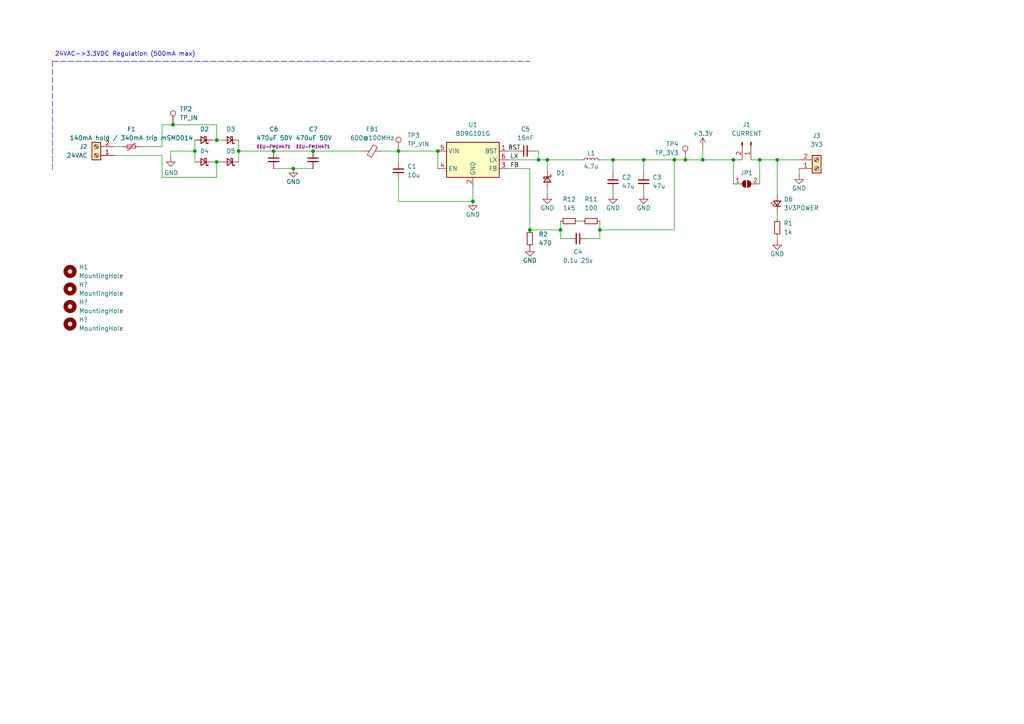
<source format=kicad_sch>
(kicad_sch (version 20211123) (generator eeschema)
  (paper "A4")
  (lib_symbols
    (symbol "Connector:Conn_01x02_Male" (pin_names (offset 1.016) hide)
      (property "Reference" "J" (at 0 2.54 0))
      (property "Value" "Conn_01x02_Male" (at 0 -5.08 0))
      (symbol "Conn_01x02_Male_1_1"
        (polyline (pts (xy 1.27 -2.54) (xy 0.8636 -2.54)) (stroke (width 0.1524)))
        (polyline (pts (xy 1.27 0) (xy 0.8636 0)) (stroke (width 0.1524)))
        (rectangle (start 0.8636 -2.413) (end 0 -2.667) (stroke (width 0.1524)) (fill (type outline)))
        (rectangle (start 0.8636 0.127) (end 0 -0.127) (stroke (width 0.1524)) (fill (type outline)))
        (pin passive line (at 5.08 0 180) (length 3.81) (name "Pin_1") (number "1"))
        (pin passive line (at 5.08 -2.54 180) (length 3.81) (name "Pin_2") (number "2"))
      )
    )
    (symbol "Connector:Screw_Terminal_01x02" (pin_names (offset 1.016) hide)
      (property "Reference" "J" (at 0 2.54 0))
      (property "Value" "Screw_Terminal_01x02" (at 0 -5.08 0))
      (symbol "Screw_Terminal_01x02_1_1"
        (rectangle (start -1.27 1.27) (end 1.27 -3.81) (stroke (width 0.254)) (fill (type background)))
        (circle (center 0 -2.54) (radius 0.635) (stroke (width 0.1524)))
        (polyline (pts (xy -0.5334 -2.2098) (xy 0.3302 -3.048)) (stroke (width 0.1524)))
        (polyline (pts (xy -0.5334 0.3302) (xy 0.3302 -0.508)) (stroke (width 0.1524)))
        (polyline (pts (xy -0.3556 -2.032) (xy 0.508 -2.8702)) (stroke (width 0.1524)))
        (polyline (pts (xy -0.3556 0.508) (xy 0.508 -0.3302)) (stroke (width 0.1524)))
        (circle (center 0 0) (radius 0.635) (stroke (width 0.1524)))
        (pin passive line (at -5.08 0 0) (length 3.81) (name "Pin_1") (number "1"))
        (pin passive line (at -5.08 -2.54 0) (length 3.81) (name "Pin_2") (number "2"))
      )
    )
    (symbol "Connector:TestPoint" (pin_numbers hide) (pin_names (offset 0.762) hide)
      (property "Reference" "TP" (at 0 6.858 0))
      (property "Value" "TestPoint" (at 0 5.08 0))
      (symbol "TestPoint_0_1"
        (circle (center 0 3.302) (radius 0.762))
      )
      (symbol "TestPoint_1_1"
        (pin passive line (at 0 0 90) (length 2.54) (name "1") (number "1"))
      )
    )
    (symbol "Device:C_Small" (pin_numbers hide) (pin_names (offset 0.254) hide)
      (property "Reference" "C" (at 0.254 1.778 0))
      (property "Value" "C_Small" (at 0.254 -2.032 0))
      (symbol "C_Small_0_1"
        (polyline (pts (xy -1.524 -0.508) (xy 1.524 -0.508)) (stroke (width 0.3302)))
        (polyline (pts (xy -1.524 0.508) (xy 1.524 0.508)) (stroke (width 0.3048)))
      )
      (symbol "C_Small_1_1"
        (pin passive line (at 0 2.54 270) (length 2.032) (name "~") (number "1"))
        (pin passive line (at 0 -2.54 90) (length 2.032) (name "~") (number "2"))
      )
    )
    (symbol "Device:D_Schottky_Small" (pin_numbers hide) (pin_names (offset 0.254) hide)
      (property "Reference" "D" (at -1.27 2.032 0))
      (property "Value" "D_Schottky_Small" (at -7.112 -2.032 0))
      (symbol "D_Schottky_Small_0_1"
        (polyline (pts (xy -0.762 0) (xy 0.762 0)))
        (polyline (pts (xy 0.762 -1.016) (xy -0.762 0) (xy 0.762 1.016) (xy 0.762 -1.016)) (stroke (width 0.254)))
        (polyline (pts (xy -1.27 0.762) (xy -1.27 1.016) (xy -0.762 1.016) (xy -0.762 -1.016) (xy -0.254 -1.016) (xy -0.254 -0.762)) (stroke (width 0.254)))
      )
      (symbol "D_Schottky_Small_1_1"
        (pin passive line (at -2.54 0 0) (length 1.778) (name "K") (number "1"))
        (pin passive line (at 2.54 0 180) (length 1.778) (name "A") (number "2"))
      )
    )
    (symbol "Device:Ferrite_Bead_Small" (pin_numbers hide) (pin_names (offset 0))
      (property "Reference" "FB" (at 1.905 1.27 0))
      (property "Value" "Device_Ferrite_Bead_Small" (at 1.905 -1.27 0))
      (symbol "Ferrite_Bead_Small_0_1"
        (polyline (pts (xy 0 -1.27) (xy 0 -0.7874)))
        (polyline (pts (xy 0 0.889) (xy 0 1.2954)))
        (polyline (pts (xy -1.8288 0.2794) (xy -1.1176 1.4986) (xy 1.8288 -0.2032) (xy 1.1176 -1.4224) (xy -1.8288 0.2794)))
      )
      (symbol "Ferrite_Bead_Small_1_1"
        (pin passive line (at 0 2.54 270) (length 1.27) (name "~") (number "1"))
        (pin passive line (at 0 -2.54 90) (length 1.27) (name "~") (number "2"))
      )
    )
    (symbol "Device:LED_Small" (pin_numbers hide) (pin_names (offset 0.254) hide)
      (property "Reference" "D" (at -1.27 3.175 0))
      (property "Value" "LED_Small" (at -4.445 -2.54 0))
      (symbol "LED_Small_0_1"
        (polyline (pts (xy -0.762 -1.016) (xy -0.762 1.016)) (stroke (width 0.254)))
        (polyline (pts (xy 1.016 0) (xy -0.762 0)))
        (polyline (pts (xy 0.762 -1.016) (xy -0.762 0) (xy 0.762 1.016) (xy 0.762 -1.016)) (stroke (width 0.254)))
        (polyline (pts (xy 0 0.762) (xy -0.508 1.27) (xy -0.254 1.27) (xy -0.508 1.27) (xy -0.508 1.016)))
        (polyline (pts (xy 0.508 1.27) (xy 0 1.778) (xy 0.254 1.778) (xy 0 1.778) (xy 0 1.524)))
      )
      (symbol "LED_Small_1_1"
        (pin passive line (at -2.54 0 0) (length 1.778) (name "K") (number "1"))
        (pin passive line (at 2.54 0 180) (length 1.778) (name "A") (number "2"))
      )
    )
    (symbol "Device:L_Small" (pin_numbers hide) (pin_names (offset 0.254) hide)
      (property "Reference" "L" (at 0.762 1.016 0))
      (property "Value" "L_Small" (at 0.762 -1.016 0))
      (symbol "L_Small_0_1"
        (arc (start 0 -2.032) (mid 0.508 -1.524) (end 0 -1.016))
        (arc (start 0 -1.016) (mid 0.508 -0.508) (end 0 0))
        (arc (start 0 0) (mid 0.508 0.508) (end 0 1.016))
        (arc (start 0 1.016) (mid 0.508 1.524) (end 0 2.032))
      )
      (symbol "L_Small_1_1"
        (pin passive line (at 0 2.54 270) (length 0.508) (name "~") (number "1"))
        (pin passive line (at 0 -2.54 90) (length 0.508) (name "~") (number "2"))
      )
    )
    (symbol "Device:Polyfuse_Small" (pin_numbers hide) (pin_names (offset 0))
      (property "Reference" "F" (at -1.905 0 90))
      (property "Value" "Polyfuse_Small" (at 1.905 0 90))
      (symbol "Polyfuse_Small_0_1"
        (rectangle (start -0.508 1.27) (end 0.508 -1.27))
        (polyline (pts (xy 0 2.54) (xy 0 -2.54)))
        (polyline (pts (xy -1.016 1.27) (xy -1.016 0.762) (xy 1.016 -0.762) (xy 1.016 -1.27)))
      )
      (symbol "Polyfuse_Small_1_1"
        (pin passive line (at 0 2.54 270) (length 0.635) (name "~") (number "1"))
        (pin passive line (at 0 -2.54 90) (length 0.635) (name "~") (number "2"))
      )
    )
    (symbol "Device:R_Small" (pin_numbers hide) (pin_names (offset 0.254) hide)
      (property "Reference" "R" (at 0.762 0.508 0))
      (property "Value" "R_Small" (at 0.762 -1.016 0))
      (symbol "R_Small_0_1"
        (rectangle (start -0.762 1.778) (end 0.762 -1.778) (stroke (width 0.2032)))
      )
      (symbol "R_Small_1_1"
        (pin passive line (at 0 2.54 270) (length 0.762) (name "~") (number "1"))
        (pin passive line (at 0 -2.54 90) (length 0.762) (name "~") (number "2"))
      )
    )
    (symbol "Jumper:SolderJumper_2_Open" (pin_names (offset 0) hide)
      (property "Reference" "JP" (at 0 2.032 0))
      (property "Value" "SolderJumper_2_Open" (at 0 -2.54 0))
      (symbol "SolderJumper_2_Open_0_1"
        (arc (start -0.254 1.016) (mid -1.27 0) (end -0.254 -1.016))
        (arc (start -0.254 1.016) (mid -1.27 0) (end -0.254 -1.016) (fill (type outline)))
        (polyline (pts (xy -0.254 1.016) (xy -0.254 -1.016)))
        (polyline (pts (xy 0.254 1.016) (xy 0.254 -1.016)))
        (arc (start 0.254 -1.016) (mid 1.27 0) (end 0.254 1.016))
        (arc (start 0.254 -1.016) (mid 1.27 0) (end 0.254 1.016) (fill (type outline)))
      )
      (symbol "SolderJumper_2_Open_1_1"
        (pin passive line (at -3.81 0 0) (length 2.54) (name "A") (number "1"))
        (pin passive line (at 3.81 0 180) (length 2.54) (name "B") (number "2"))
      )
    )
    (symbol "Mechanical:MountingHole" (pin_names (offset 1.016))
      (property "Reference" "H" (at 0 5.08 0))
      (property "Value" "MountingHole" (at 0 3.175 0))
      (symbol "MountingHole_0_1"
        (circle (center 0 0) (radius 1.27) (stroke (width 1.27)))
      )
    )
    (symbol "Regulator_Switching:AOZ1280CI"
      (property "Reference" "U" (at -6.35 -6.35 0))
      (property "Value" "AOZ1280CI" (at -2.54 6.35 0))
      (symbol "AOZ1280CI_0_1"
        (rectangle (start -7.62 5.08) (end 7.62 -5.08) (stroke (width 0.254)) (fill (type background)))
      )
      (symbol "AOZ1280CI_1_1"
        (pin input line (at 10.16 2.54 180) (length 2.54) (name "BST") (number "1"))
        (pin power_in line (at 0 -7.62 90) (length 2.54) (name "GND") (number "2"))
        (pin input line (at 10.16 -2.54 180) (length 2.54) (name "FB") (number "3"))
        (pin input line (at -10.16 -2.54 0) (length 2.54) (name "EN") (number "4"))
        (pin power_in line (at -10.16 2.54 0) (length 2.54) (name "VIN") (number "5"))
        (pin power_out line (at 10.16 0 180) (length 2.54) (name "LX") (number "6"))
      )
    )
    (symbol "power:+3.3V" (power) (pin_names (offset 0))
      (property "Value" "+3.3V" (at 0 3.556 0))
      (symbol "+3.3V_0_1"
        (polyline (pts (xy -0.762 1.27) (xy 0 2.54)))
        (polyline (pts (xy 0 0) (xy 0 2.54)))
        (polyline (pts (xy 0 2.54) (xy 0.762 1.27)))
      )
      (symbol "+3.3V_1_1"
        (pin power_in line (at 0 0 90) (length 0) hide (name "+3.3V") (number "1"))
      )
    )
    (symbol "power:GND" (power) (pin_names (offset 0))
      (property "Value" "GND" (at 0 -3.81 0))
      (symbol "GND_0_1"
        (polyline (pts (xy 0 0) (xy 0 -1.27) (xy 1.27 -1.27) (xy 0 -2.54) (xy -1.27 -1.27) (xy 0 -1.27)))
      )
      (symbol "GND_1_1"
        (pin power_in line (at 0 0 270) (length 0) hide (name "GND") (number "1"))
      )
    )
  )
  (junction (at 62.865 40.64))
  (junction (at 198.755 46.355))
  (junction (at 203.835 46.355))
  (junction (at 177.8 46.355))
  (junction (at 115.57 43.815))
  (junction (at 212.725 46.355))
  (junction (at 220.345 46.355))
  (junction (at 158.75 46.355))
  (junction (at 173.99 66.675))
  (junction (at 153.67 66.675))
  (junction (at 79.375 43.815))
  (junction (at 225.425 46.355))
  (junction (at 127 43.815))
  (junction (at 62.865 46.99))
  (junction (at 56.515 43.815))
  (junction (at 195.58 46.355))
  (junction (at 186.69 46.355))
  (junction (at 156.21 46.355))
  (junction (at 85.09 48.895))
  (junction (at 90.805 43.815))
  (junction (at 50.165 36.195))
  (junction (at 69.215 43.815))
  (junction (at 162.56 66.675))
  (junction (at 137.16 58.42))
  (wire (pts (xy 69.215 43.815) (xy 79.375 43.815)))
  (wire (pts (xy 90.805 48.895) (xy 85.09 48.895)))
  (wire (pts (xy 46.99 51.435) (xy 46.99 45.085)))
  (wire (pts (xy 173.99 66.675) (xy 195.58 66.675)))
  (wire (pts (xy 62.865 36.195) (xy 50.165 36.195)))
  (wire (pts (xy 186.69 46.355) (xy 177.8 46.355)))
  (wire (pts (xy 203.835 46.355) (xy 212.725 46.355)))
  (wire (pts (xy 173.99 69.215) (xy 170.18 69.215)))
  (wire (pts (xy 162.56 66.675) (xy 162.56 69.215)))
  (wire (pts (xy 147.32 43.815) (xy 149.86 43.815)))
  (wire (pts (xy 115.57 52.07) (xy 115.57 58.42)))
  (wire (pts (xy 195.58 46.355) (xy 198.755 46.355)))
  (wire (pts (xy 203.835 42.545) (xy 203.835 46.355)))
  (wire (pts (xy 62.865 40.64) (xy 64.135 40.64)))
  (polyline (pts (xy 15.24 17.78) (xy 15.24 49.53)))
  (wire (pts (xy 147.32 46.355) (xy 156.21 46.355)))
  (wire (pts (xy 115.57 43.815) (xy 110.49 43.815)))
  (wire (pts (xy 69.215 40.64) (xy 69.215 43.815)))
  (wire (pts (xy 50.165 36.195) (xy 46.99 36.195)))
  (wire (pts (xy 153.67 66.675) (xy 153.67 48.895)))
  (wire (pts (xy 156.21 43.815) (xy 156.21 46.355)))
  (wire (pts (xy 90.805 43.815) (xy 105.41 43.815)))
  (wire (pts (xy 186.69 46.355) (xy 195.58 46.355)))
  (wire (pts (xy 167.64 64.135) (xy 168.91 64.135)))
  (wire (pts (xy 177.8 50.165) (xy 177.8 46.355)))
  (wire (pts (xy 231.775 48.895) (xy 231.775 50.8)))
  (wire (pts (xy 225.425 69.85) (xy 225.425 68.58)))
  (wire (pts (xy 220.345 53.34) (xy 220.345 46.355)))
  (wire (pts (xy 158.75 46.355) (xy 168.91 46.355)))
  (wire (pts (xy 198.755 46.355) (xy 203.835 46.355)))
  (polyline (pts (xy 15.24 17.78) (xy 153.67 17.78)))
  (wire (pts (xy 158.75 56.515) (xy 158.75 54.61)))
  (wire (pts (xy 225.425 56.515) (xy 225.425 46.355)))
  (wire (pts (xy 173.99 66.675) (xy 173.99 69.215)))
  (wire (pts (xy 225.425 46.355) (xy 231.775 46.355)))
  (wire (pts (xy 46.99 42.545) (xy 46.99 36.195)))
  (wire (pts (xy 61.595 46.99) (xy 62.865 46.99)))
  (wire (pts (xy 69.215 43.815) (xy 69.215 46.99)))
  (wire (pts (xy 90.805 43.815) (xy 79.375 43.815)))
  (wire (pts (xy 220.345 46.355) (xy 225.425 46.355)))
  (wire (pts (xy 212.725 46.355) (xy 215.265 46.355)))
  (wire (pts (xy 85.09 48.895) (xy 79.375 48.895)))
  (wire (pts (xy 49.53 43.815) (xy 49.53 45.72)))
  (wire (pts (xy 162.56 69.215) (xy 165.1 69.215)))
  (wire (pts (xy 154.94 43.815) (xy 156.21 43.815)))
  (wire (pts (xy 173.99 64.135) (xy 173.99 66.675)))
  (wire (pts (xy 225.425 63.5) (xy 225.425 61.595)))
  (wire (pts (xy 177.8 56.515) (xy 177.8 55.245)))
  (wire (pts (xy 127 43.815) (xy 127 48.895)))
  (wire (pts (xy 186.69 50.165) (xy 186.69 46.355)))
  (wire (pts (xy 62.865 46.99) (xy 64.135 46.99)))
  (wire (pts (xy 186.69 56.515) (xy 186.69 55.245)))
  (wire (pts (xy 156.21 46.355) (xy 158.75 46.355)))
  (wire (pts (xy 115.57 58.42) (xy 137.16 58.42)))
  (wire (pts (xy 153.67 66.675) (xy 162.56 66.675)))
  (wire (pts (xy 49.53 43.815) (xy 56.515 43.815)))
  (wire (pts (xy 212.725 46.355) (xy 212.725 53.34)))
  (wire (pts (xy 56.515 40.64) (xy 56.515 43.815)))
  (wire (pts (xy 40.64 42.545) (xy 46.99 42.545)))
  (wire (pts (xy 62.865 51.435) (xy 46.99 51.435)))
  (wire (pts (xy 162.56 64.135) (xy 162.56 66.675)))
  (wire (pts (xy 61.595 40.64) (xy 62.865 40.64)))
  (wire (pts (xy 195.58 46.355) (xy 195.58 66.675)))
  (wire (pts (xy 62.865 46.99) (xy 62.865 51.435)))
  (wire (pts (xy 177.8 46.355) (xy 173.99 46.355)))
  (wire (pts (xy 62.865 40.64) (xy 62.865 36.195)))
  (wire (pts (xy 153.67 48.895) (xy 147.32 48.895)))
  (wire (pts (xy 115.57 43.815) (xy 127 43.815)))
  (wire (pts (xy 158.75 49.53) (xy 158.75 46.355)))
  (wire (pts (xy 115.57 43.815) (xy 115.57 46.99)))
  (wire (pts (xy 33.02 42.545) (xy 35.56 42.545)))
  (wire (pts (xy 220.345 46.355) (xy 217.805 46.355)))
  (wire (pts (xy 33.02 45.085) (xy 46.99 45.085)))
  (wire (pts (xy 137.16 53.975) (xy 137.16 58.42)))
  (wire (pts (xy 56.515 43.815) (xy 56.515 46.99)))
  (text "24VAC->3.3VDC Regulation (500mA max)" (at 15.875 16.51 0) (effects (font (size 1.27 1.27)) (justify left bottom)))
  (label "BST" (at 147.32 43.815 0))
  (label "FB" (at 147.955 48.895 0))
  (label "LX" (at 147.955 46.355 0))
  (symbol (lib_id "Device:D_Schottky_Small") (at 66.675 46.99 180) (unit 1)
    (property "Reference" "D5" (at 66.929 43.815 0))
    (property "Value" "SS210" (effects hide))
    (property "Footprint" "Diode_SMD:D_SMA" (effects hide))
    (property "LCSC" "C14996" (effects hide))
  )
  (symbol (lib_id "Connector:Conn_01x02_Male") (at 217.805 41.275 270) (unit 1)
    (property "Reference" "J1" (at 216.535 36.195 90))
    (property "Value" "CURRENT" (at 216.535 38.735 90))
    (property "Footprint" "Connector_PinHeader_2.54mm:PinHeader_1x02_P2.54mm_Vertical" (effects hide))
    (property "LCSC" "a" (effects hide))
  )
  (symbol (lib_id "power:GND") (at 231.775 50.8 0) (unit 1)
    (property "Reference" "#PWR0110" (effects hide))
    (property "Value" "GND" (at 231.775 54.61 0))
  )
  (symbol (lib_id "Device:C_Small") (at 177.8 52.705 0) (unit 1)
    (property "Reference" "C2" (at 180.34 51.435 0) (effects (justify left)))
    (property "Value" "47u" (at 180.34 53.975 0) (effects (justify left)))
    (property "Footprint" "Capacitor_SMD:C_1206_3216Metric" (effects hide))
    (property "LCSC" "C96123" (effects hide))
  )
  (symbol (lib_id "Regulator_Switching:AOZ1280CI") (at 137.16 46.355 0) (unit 1)
    (property "Reference" "U1" (at 137.16 36.195 0))
    (property "Value" "BD9G101G" (at 137.16 38.735 0))
    (property "Footprint" "Package_TO_SOT_SMD:SOT-23-6" (effects hide))
    (property "Datasheet" "http://aosmd.com/res/data_sheets/AOZ1280CI.pdf" (effects hide))
    (property "LCSC" "C108761" (effects hide))
  )
  (symbol (lib_id "Device:Polyfuse_Small") (at 38.1 42.545 90) (unit 1)
    (property "Reference" "F1" (at 38.1 37.465 90))
    (property "Value" "140mA hold / 340mA trip mSMD014" (at 38.1 40.005 90))
    (property "Footprint" "Fuse:Fuse_1812_4532Metric" (effects hide))
    (property "LCSC" "C70106" (effects hide))
  )
  (symbol (lib_id "Device:LED_Small") (at 225.425 59.055 90) (unit 1)
    (property "Reference" "D6" (at 227.33 57.785 90) (effects (justify right)))
    (property "Value" "3V3POWER" (at 227.33 60.325 90) (effects (justify right)))
    (property "Footprint" "LED_SMD:LED_0603_1608Metric" (effects hide))
    (property "LCSC" "C2286" (effects hide))
  )
  (symbol (lib_id "Device:D_Schottky_Small") (at 158.75 52.07 270) (unit 1)
    (property "Reference" "D1" (at 161.29 50.165 90) (effects (justify left)))
    (property "Value" "SS36-E3/57T" (effects hide))
    (property "Footprint" "Diode_SMD:D_SMC" (effects hide))
    (property "LCSC" "C35722" (effects hide))
  )
  (symbol (lib_id "Connector:Screw_Terminal_01x02") (at 27.94 45.085 180) (unit 1)
    (property "Reference" "J2" (at 25.4 42.5449 0) (effects (justify left)))
    (property "Value" "24VAC" (at 25.4 45.0849 0) (effects (justify left)))
    (property "Footprint" "TerminalBlock_Phoenix:TerminalBlock_Phoenix_MKDS-1,5-2-5.08_1x02_P5.08mm_Horizontal" (effects hide))
    (property "Part" "1935161" (effects hide))
    (property "LCSC" "a" (effects hide))
  )
  (symbol (lib_id "Device:D_Schottky_Small") (at 59.055 40.64 180) (unit 1)
    (property "Reference" "D2" (at 59.309 37.465 0))
    (property "Value" "SS210" (effects hide))
    (property "Footprint" "Diode_SMD:D_SMA" (effects hide))
    (property "LCSC" "C14996" (effects hide))
  )
  (symbol (lib_id "Device:R_Small") (at 225.425 66.04 180) (unit 1)
    (property "Reference" "R1" (at 228.6 64.77 0))
    (property "Value" "1k" (at 228.6 67.31 0))
    (property "Footprint" "Resistor_SMD:R_0603_1608Metric" (effects hide))
    (property "LCSC" "C21190" (effects hide))
  )
  (symbol (lib_id "Device:D_Schottky_Small") (at 59.055 46.99 180) (unit 1)
    (property "Reference" "D4" (at 59.309 43.815 0))
    (property "Value" "SS210" (effects hide))
    (property "Footprint" "Diode_SMD:D_SMA" (effects hide))
    (property "LCSC" "C14996" (effects hide))
  )
  (symbol (lib_id "Device:R_Small") (at 165.1 64.135 90) (unit 1)
    (property "Reference" "R12" (at 165.1 57.785 90))
    (property "Value" "1k5" (at 165.1 60.325 90))
    (property "Footprint" "Resistor_SMD:R_0402_1005Metric" (effects hide))
    (property "LCSC" "C25867" (effects hide))
  )
  (symbol (lib_id "Device:C_Small") (at 186.69 52.705 0) (unit 1)
    (property "Reference" "C3" (at 189.23 51.435 0) (effects (justify left)))
    (property "Value" "47u" (at 189.23 53.975 0) (effects (justify left)))
    (property "Footprint" "Capacitor_SMD:C_1206_3216Metric" (effects hide))
    (property "LCSC" "C96123" (effects hide))
  )
  (symbol (lib_id "Connector:TestPoint") (at 115.57 43.815 0) (unit 1)
    (property "Reference" "TP3" (at 118.11 39.2429 0) (effects (justify left)))
    (property "Value" "TP_VIN" (at 118.11 41.7829 0) (effects (justify left)))
    (property "Footprint" "TestPoint:TestPoint_Loop_D2.60mm_Drill1.6mm_Beaded" (effects hide))
    (property "LCSC" "a" (effects hide))
  )
  (symbol (lib_id "Device:C_Small") (at 90.805 46.355 0) (unit 1)
    (property "Reference" "C7" (at 89.535 37.465 0) (effects (justify left)))
    (property "Value" "470uF 50V" (at 85.725 40.005 0) (effects (justify left)))
    (property "Footprint" "Capacitor_THT:CP_Radial_D12.5mm_P5.00mm" (effects hide))
    (property "Part" "EEU-FM1H471" (at 90.805 42.545 0) (effects (font (size 0.889 0.889))))
    (property "LCSC" "DNP" (effects hide))
  )
  (symbol (lib_id "power:GND") (at 186.69 56.515 0) (unit 1)
    (property "Reference" "#PWR0107" (effects hide))
    (property "Value" "GND" (at 186.69 60.325 0))
  )
  (symbol (lib_id "Device:R_Small") (at 153.67 69.215 0) (unit 1)
    (property "Reference" "R2" (at 156.21 67.9449 0) (effects (justify left)))
    (property "Value" "470" (at 156.21 70.4849 0) (effects (justify left)))
    (property "Footprint" "Resistor_SMD:R_0402_1005Metric" (effects hide))
    (property "LCSC" "C25117" (effects hide))
  )
  (symbol (lib_id "power:GND") (at 225.425 69.85 0) (unit 1)
    (property "Reference" "#PWR0104" (effects hide))
    (property "Value" "GND" (at 225.425 73.66 0))
  )
  (symbol (lib_id "Mechanical:MountingHole") (at 20.32 93.98 0) (unit 1)
    (property "Reference" "H?" (at 22.86 92.7099 0) (effects (justify left)))
    (property "Value" "MountingHole" (at 22.86 95.2499 0) (effects (justify left)))
    (property "Footprint" "MountingHole:MountingHole_3.2mm_M3" (effects hide))
  )
  (symbol (lib_id "power:GND") (at 153.67 71.755 0) (unit 1)
    (property "Reference" "#PWR0103" (effects hide))
    (property "Value" "GND" (at 153.67 75.565 0))
  )
  (symbol (lib_id "Device:L_Small") (at 171.45 46.355 90) (unit 1)
    (property "Reference" "L1" (at 171.45 44.45 90))
    (property "Value" "4.7u" (at 171.45 48.26 90))
    (property "Footprint" "switching:L_Sunlord_MWSA0402_4.4x4.2mm" (effects hide))
    (property "LCSC" "C408337" (effects hide))
  )
  (symbol (lib_id "power:GND") (at 49.53 45.72 0) (unit 1)
    (property "Reference" "#PWR0106" (effects hide))
    (property "Value" "GND" (at 49.657 50.1142 0))
  )
  (symbol (lib_id "Connector:TestPoint") (at 198.755 46.355 0) (unit 1)
    (property "Reference" "TP4" (at 196.85 41.7829 0) (effects (justify right)))
    (property "Value" "TP_3V3" (at 196.85 44.3229 0) (effects (justify right)))
    (property "Footprint" "TestPoint:TestPoint_Loop_D2.60mm_Drill1.6mm_Beaded" (effects hide))
    (property "LCSC" "a" (effects hide))
  )
  (symbol (lib_id "Connector:TestPoint") (at 50.165 36.195 0) (unit 1)
    (property "Reference" "TP2" (at 52.07 31.6229 0) (effects (justify left)))
    (property "Value" "TP_IN" (at 52.07 34.1629 0) (effects (justify left)))
    (property "Footprint" "TestPoint:TestPoint_Loop_D2.60mm_Drill1.6mm_Beaded" (effects hide))
    (property "LCSC" "a" (effects hide))
  )
  (symbol (lib_id "Device:D_Schottky_Small") (at 66.675 40.64 180) (unit 1)
    (property "Reference" "D3" (at 66.929 37.465 0))
    (property "Value" "SS210" (effects hide))
    (property "Footprint" "Diode_SMD:D_SMA" (effects hide))
    (property "LCSC" "C14996" (effects hide))
  )
  (symbol (lib_id "Device:C_Small") (at 167.64 69.215 270) (unit 1)
    (property "Reference" "C4" (at 167.64 73.025 90))
    (property "Value" "0.1u 25v" (at 167.64 75.565 90))
    (property "Footprint" "Capacitor_SMD:C_0603_1608Metric" (effects hide))
    (property "LCSC" "C14663" (effects hide))
  )
  (symbol (lib_id "power:GND") (at 177.8 56.515 0) (unit 1)
    (property "Reference" "#PWR0108" (effects hide))
    (property "Value" "GND" (at 177.8 60.325 0))
  )
  (symbol (lib_id "Mechanical:MountingHole") (at 20.32 88.9 0) (unit 1)
    (property "Reference" "H?" (at 22.86 87.6299 0) (effects (justify left)))
    (property "Value" "MountingHole" (at 22.86 90.1699 0) (effects (justify left)))
    (property "Footprint" "MountingHole:MountingHole_3.2mm_M3" (effects hide))
  )
  (symbol (lib_id "Jumper:SolderJumper_2_Open") (at 216.535 53.34 0) (unit 1)
    (property "Reference" "JP1" (at 216.535 50.165 0))
    (property "Value" "CURRENTJUMP" (effects hide))
    (property "Footprint" "Jumper:SolderJumper-2_P1.3mm_Open_RoundedPad1.0x1.5mm" (effects hide))
    (property "LCSC" "a" (effects hide))
  )
  (symbol (lib_id "Device:C_Small") (at 152.4 43.815 90) (unit 1)
    (property "Reference" "C5" (at 152.4063 37.465 90))
    (property "Value" "15nF" (at 152.4063 40.005 90))
    (property "Footprint" "Capacitor_SMD:C_0603_1608Metric" (effects hide))
    (property "LCSC" "C1596" (effects hide))
  )
  (symbol (lib_id "Mechanical:MountingHole") (at 20.32 78.74 0) (unit 1)
    (property "Reference" "H1" (at 22.86 77.4699 0) (effects (justify left)))
    (property "Value" "MountingHole" (at 22.86 80.0099 0) (effects (justify left)))
    (property "Footprint" "MountingHole:MountingHole_3.2mm_M3" (effects hide))
  )
  (symbol (lib_id "Device:Ferrite_Bead_Small") (at 107.95 43.815 270) (unit 1)
    (property "Reference" "FB1" (at 107.9881 37.465 90))
    (property "Value" "600@100MHz" (at 107.9881 40.005 90))
    (property "Footprint" "Inductor_SMD:L_0805_2012Metric" (effects hide))
    (property "LCSC" "C1017" (effects hide))
  )
  (symbol (lib_id "Device:R_Small") (at 171.45 64.135 90) (unit 1)
    (property "Reference" "R11" (at 171.45 57.785 90))
    (property "Value" "100" (at 171.45 60.325 90))
    (property "Footprint" "Resistor_SMD:R_0402_1005Metric" (effects hide))
    (property "LCSC" "C25076" (effects hide))
  )
  (symbol (lib_id "Connector:Screw_Terminal_01x02") (at 236.855 48.895 0) (mirror x) (unit 1)
    (property "Reference" "J3" (at 236.855 39.37 0))
    (property "Value" "3V3" (at 236.855 41.91 0))
    (property "Footprint" "TerminalBlock_Phoenix:TerminalBlock_Phoenix_MKDS-1,5-2-5.08_1x02_P5.08mm_Horizontal" (effects hide))
    (property "Part" "1935161" (effects hide))
    (property "LCSC" "a" (effects hide))
  )
  (symbol (lib_id "power:GND") (at 85.09 48.895 0) (unit 1)
    (property "Reference" "#PWR0111" (effects hide))
    (property "Value" "GND" (at 85.09 52.705 0))
  )
  (symbol (lib_id "power:GND") (at 158.75 56.515 0) (unit 1)
    (property "Reference" "#PWR0102" (effects hide))
    (property "Value" "GND" (at 158.75 60.325 0))
  )
  (symbol (lib_id "Mechanical:MountingHole") (at 20.32 83.82 0) (unit 1)
    (property "Reference" "H?" (at 22.86 82.5499 0) (effects (justify left)))
    (property "Value" "MountingHole" (at 22.86 85.0899 0) (effects (justify left)))
    (property "Footprint" "MountingHole:MountingHole_3.2mm_M3" (effects hide))
  )
  (symbol (lib_id "power:GND") (at 137.16 58.42 0) (unit 1)
    (property "Reference" "#PWR0101" (effects hide))
    (property "Value" "GND" (at 137.16 62.23 0))
  )
  (symbol (lib_id "Device:C_Small") (at 115.57 49.53 0) (unit 1)
    (property "Reference" "C1" (at 118.11 48.26 0) (effects (justify left)))
    (property "Value" "10u" (at 118.11 50.8 0) (effects (justify left)))
    (property "Footprint" "Capacitor_SMD:C_1206_3216Metric" (effects hide))
    (property "LCSC" "C13585" (effects hide))
  )
  (symbol (lib_id "power:+3.3V") (at 203.835 42.545 0) (unit 1)
    (property "Reference" "#PWR0109" (effects hide))
    (property "Value" "+3.3V" (at 203.835 38.735 0))
  )
  (symbol (lib_id "Device:C_Small") (at 79.375 46.355 0) (unit 1)
    (property "Reference" "C6" (at 78.105 37.465 0) (effects (justify left)))
    (property "Value" "470uF 50V" (at 74.295 40.005 0) (effects (justify left)))
    (property "Footprint" "Capacitor_THT:CP_Radial_D12.5mm_P5.00mm" (effects hide))
    (property "Part" "EEU-FM1H471" (at 79.375 42.545 0) (effects (font (size 0.889 0.889))))
    (property "LCSC" "DNP" (effects hide))
  )
)
</source>
